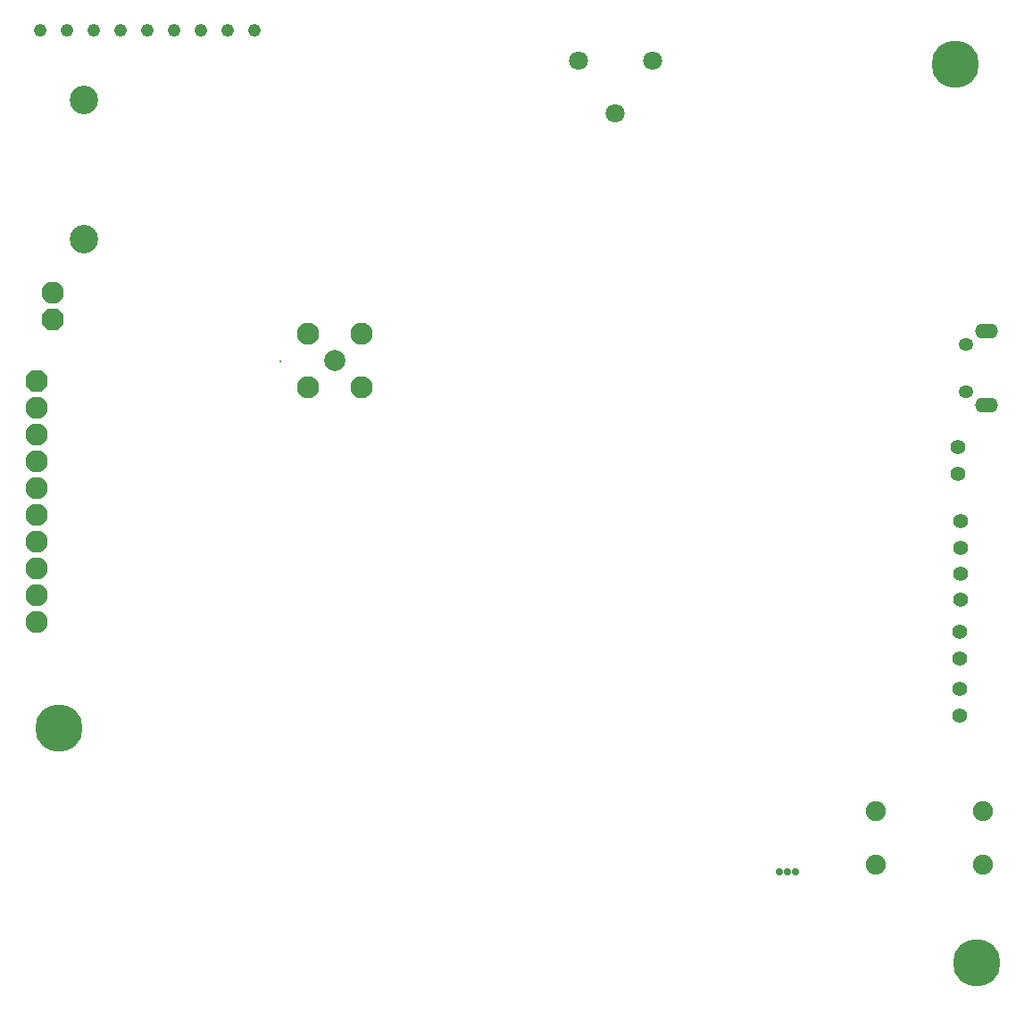
<source format=gbs>
G04*
G04 #@! TF.GenerationSoftware,Altium Limited,Altium Designer,19.1.5 (86)*
G04*
G04 Layer_Color=16711935*
%FSLAX25Y25*%
%MOIN*%
G70*
G01*
G75*
%ADD119C,0.17717*%
%ADD120P,0.08970X8X112.5*%
%ADD121C,0.08287*%
%ADD122C,0.02756*%
%ADD123C,0.07087*%
%ADD124C,0.07480*%
%ADD125C,0.04803*%
%ADD126C,0.10630*%
%ADD127C,0.08274*%
%ADD128C,0.07880*%
%ADD129O,0.08661X0.05512*%
%ADD130O,0.05512X0.04921*%
%ADD131C,0.00787*%
%ADD132C,0.05472*%
D119*
X357200Y350300D02*
D03*
X365100Y14500D02*
D03*
X22400Y102200D02*
D03*
D120*
X20079Y255059D02*
D03*
X14100Y232000D02*
D03*
D121*
X20079Y265059D02*
D03*
X14100Y152000D02*
D03*
Y162000D02*
D03*
Y172000D02*
D03*
Y192000D02*
D03*
Y212000D02*
D03*
Y222000D02*
D03*
Y202000D02*
D03*
Y182000D02*
D03*
Y142000D02*
D03*
D122*
X294563Y48535D02*
D03*
X291610D02*
D03*
X297516D02*
D03*
D123*
X244079Y351600D02*
D03*
X216521D02*
D03*
X230300Y331915D02*
D03*
D124*
X327441Y51417D02*
D03*
Y71417D02*
D03*
X367441D02*
D03*
Y51417D02*
D03*
D125*
X55413Y362992D02*
D03*
X45413D02*
D03*
X35413D02*
D03*
X65413D02*
D03*
X75413D02*
D03*
X85413D02*
D03*
X25413D02*
D03*
X95413D02*
D03*
X15413D02*
D03*
D126*
X31791Y337067D02*
D03*
Y285059D02*
D03*
D127*
X115600Y229600D02*
D03*
Y249600D02*
D03*
X135600Y229600D02*
D03*
Y249600D02*
D03*
D128*
X125600Y239600D02*
D03*
D129*
X369000Y250679D02*
D03*
Y223120D02*
D03*
D130*
X361323Y228140D02*
D03*
Y245660D02*
D03*
D131*
X105100Y239300D02*
D03*
D132*
X358957Y107087D02*
D03*
Y116929D02*
D03*
Y138189D02*
D03*
Y128347D02*
D03*
X359154Y160138D02*
D03*
Y150295D02*
D03*
Y169783D02*
D03*
Y179626D02*
D03*
X358228Y207185D02*
D03*
Y197343D02*
D03*
M02*

</source>
